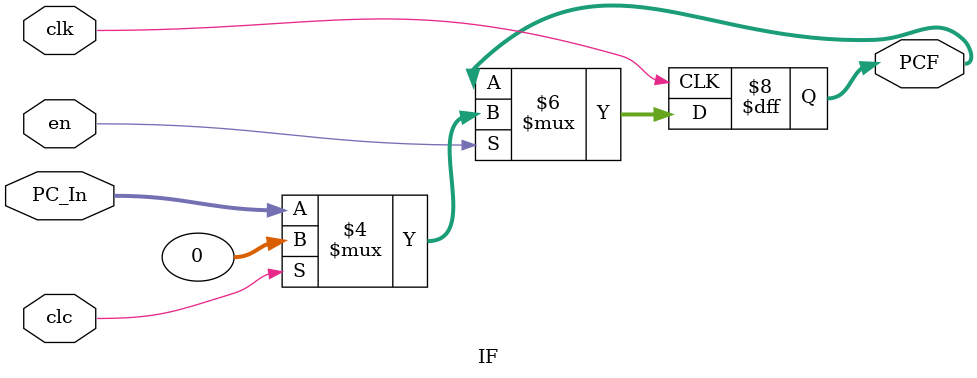
<source format=v>
`timescale 1ns / 1ps


module IF(
    input clk,
    input en,
    input clc,
    input [31:0] PC_In,
    output reg [31:0] PCF
    );
    initial PCF = 0;
    
    always@(posedge clk) begin
        if(en) begin
            if(clc) PCF <= 0;
            else    PCF <= PC_In;
        end
    end
endmodule

</source>
